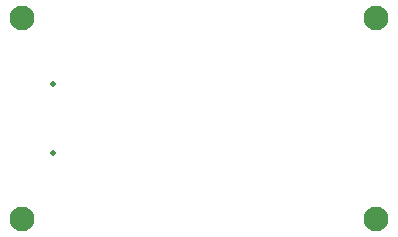
<source format=gbr>
%TF.GenerationSoftware,KiCad,Pcbnew,9.0.4*%
%TF.CreationDate,2025-10-07T01:27:55+05:30*%
%TF.ProjectId,Project5,50726f6a-6563-4743-952e-6b696361645f,rev?*%
%TF.SameCoordinates,Original*%
%TF.FileFunction,NonPlated,1,2,NPTH,Drill*%
%TF.FilePolarity,Positive*%
%FSLAX46Y46*%
G04 Gerber Fmt 4.6, Leading zero omitted, Abs format (unit mm)*
G04 Created by KiCad (PCBNEW 9.0.4) date 2025-10-07 01:27:55*
%MOMM*%
%LPD*%
G01*
G04 APERTURE LIST*
%TA.AperFunction,ComponentDrill*%
%ADD10C,0.500000*%
%TD*%
%TA.AperFunction,ComponentDrill*%
%ADD11C,2.100000*%
%TD*%
G04 APERTURE END LIST*
D10*
%TO.C,P1*%
X126105000Y-85110000D03*
X126105000Y-90890000D03*
D11*
%TO.C,H1*%
X123500000Y-79500000D03*
%TO.C,H4*%
X123500000Y-96500000D03*
%TO.C,H3*%
X153500000Y-79500000D03*
%TO.C,H2*%
X153500000Y-96500000D03*
M02*

</source>
